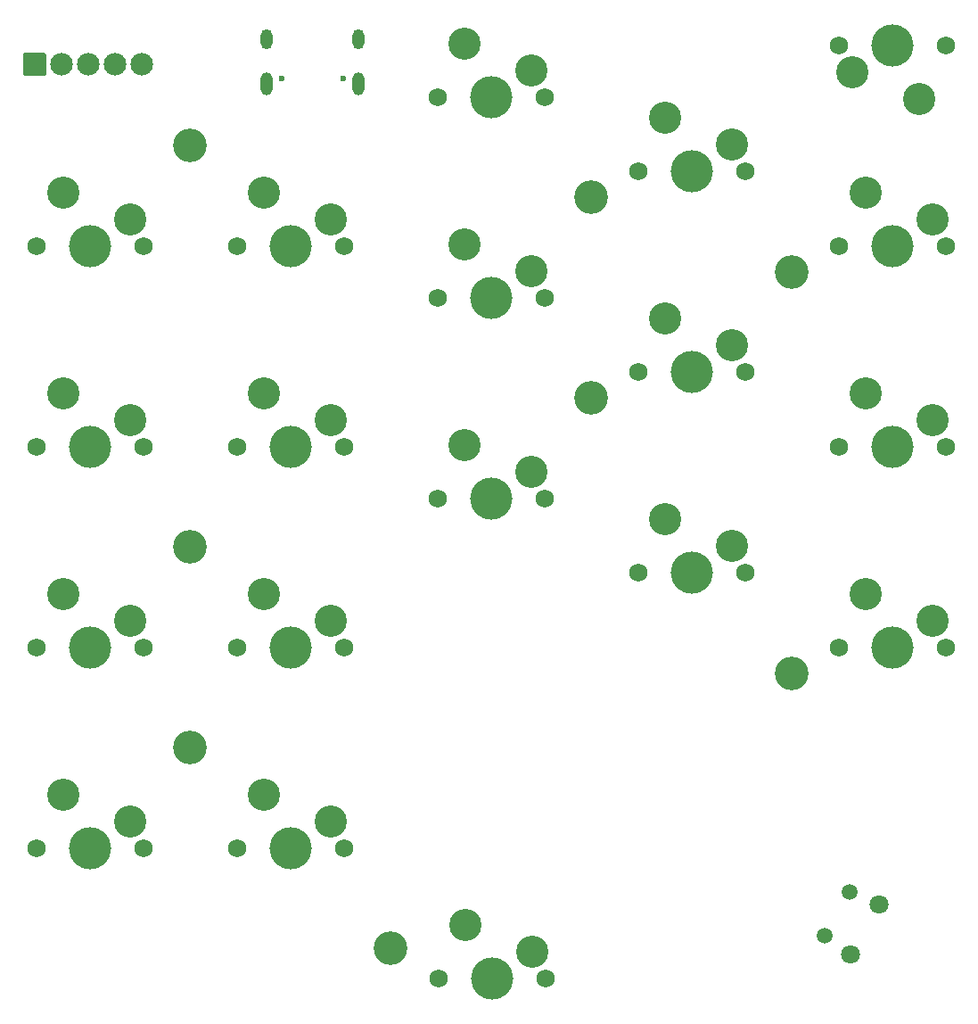
<source format=gbr>
%TF.GenerationSoftware,KiCad,Pcbnew,7.0.9-7.0.9~ubuntu22.04.1*%
%TF.CreationDate,2023-12-08T17:36:05+03:00*%
%TF.ProjectId,Keeb,4b656562-2e6b-4696-9361-645f70636258,rev?*%
%TF.SameCoordinates,Original*%
%TF.FileFunction,Soldermask,Bot*%
%TF.FilePolarity,Negative*%
%FSLAX46Y46*%
G04 Gerber Fmt 4.6, Leading zero omitted, Abs format (unit mm)*
G04 Created by KiCad (PCBNEW 7.0.9-7.0.9~ubuntu22.04.1) date 2023-12-08 17:36:05*
%MOMM*%
%LPD*%
G01*
G04 APERTURE LIST*
G04 Aperture macros list*
%AMRoundRect*
0 Rectangle with rounded corners*
0 $1 Rounding radius*
0 $2 $3 $4 $5 $6 $7 $8 $9 X,Y pos of 4 corners*
0 Add a 4 corners polygon primitive as box body*
4,1,4,$2,$3,$4,$5,$6,$7,$8,$9,$2,$3,0*
0 Add four circle primitives for the rounded corners*
1,1,$1+$1,$2,$3*
1,1,$1+$1,$4,$5*
1,1,$1+$1,$6,$7*
1,1,$1+$1,$8,$9*
0 Add four rect primitives between the rounded corners*
20,1,$1+$1,$2,$3,$4,$5,0*
20,1,$1+$1,$4,$5,$6,$7,0*
20,1,$1+$1,$6,$7,$8,$9,0*
20,1,$1+$1,$8,$9,$2,$3,0*%
%AMHorizOval*
0 Thick line with rounded ends*
0 $1 width*
0 $2 $3 position (X,Y) of the first rounded end (center of the circle)*
0 $4 $5 position (X,Y) of the second rounded end (center of the circle)*
0 Add line between two ends*
20,1,$1,$2,$3,$4,$5,0*
0 Add two circle primitives to create the rounded ends*
1,1,$1,$2,$3*
1,1,$1,$4,$5*%
G04 Aperture macros list end*
%ADD10HorizOval,1.800000X0.000000X0.000000X0.000000X0.000000X0*%
%ADD11HorizOval,1.500000X0.000000X0.000000X0.000000X0.000000X0*%
%ADD12C,3.200000*%
%ADD13C,2.134400*%
%ADD14RoundRect,0.102000X0.965200X0.965200X-0.965200X0.965200X-0.965200X-0.965200X0.965200X-0.965200X0*%
%ADD15C,0.600000*%
%ADD16O,1.104000X2.204000*%
%ADD17O,1.104000X1.904000*%
%ADD18C,1.750000*%
%ADD19C,3.050000*%
%ADD20C,4.000000*%
G04 APERTURE END LIST*
D10*
%TO.C,U1*%
X187069057Y-118174969D03*
D11*
X184295000Y-116919776D03*
X181870000Y-121120000D03*
D10*
X184344057Y-122894807D03*
%TD*%
D12*
%TO.C,H9*%
X140700000Y-122292944D03*
%TD*%
%TO.C,H7*%
X121650000Y-84192944D03*
%TD*%
%TO.C,H4*%
X178800000Y-58092944D03*
%TD*%
%TO.C,H2*%
X159750000Y-70092944D03*
%TD*%
%TO.C,H8*%
X178800000Y-96192944D03*
%TD*%
%TO.C,H3*%
X159750000Y-51042944D03*
%TD*%
%TO.C,H1*%
X121650000Y-46092944D03*
%TD*%
%TO.C,H5*%
X121650000Y-103242944D03*
%TD*%
D13*
%TO.C,U2*%
X117030000Y-38372944D03*
X114490000Y-38372944D03*
D14*
X106870000Y-38372944D03*
D13*
X111950000Y-38372944D03*
X109410000Y-38372944D03*
%TD*%
D15*
%TO.C,J1*%
X136155000Y-39720000D03*
X130375000Y-39720000D03*
D16*
X137590000Y-40210000D03*
X128940000Y-40210000D03*
D17*
X137590000Y-36040000D03*
X128940000Y-36040000D03*
%TD*%
D18*
%TO.C,SW3*%
X193405000Y-55617944D03*
D19*
X192135000Y-53077944D03*
D20*
X188325000Y-55617944D03*
D19*
X185785000Y-50537944D03*
D18*
X183245000Y-55617944D03*
%TD*%
%TO.C,SW4*%
X193405000Y-74667944D03*
D19*
X192135000Y-72127944D03*
D20*
X188325000Y-74667944D03*
D19*
X185785000Y-69587944D03*
D18*
X183245000Y-74667944D03*
%TD*%
%TO.C,SW5*%
X193405000Y-93717944D03*
D19*
X192135000Y-91177944D03*
D20*
X188325000Y-93717944D03*
D19*
X185785000Y-88637944D03*
D18*
X183245000Y-93717944D03*
%TD*%
%TO.C,SW6*%
X174355000Y-48567944D03*
D19*
X173085000Y-46027944D03*
D20*
X169275000Y-48567944D03*
D19*
X166735000Y-43487944D03*
D18*
X164195000Y-48567944D03*
%TD*%
%TO.C,SW7*%
X174355000Y-67617944D03*
D19*
X173085000Y-65077944D03*
D20*
X169275000Y-67617944D03*
D19*
X166735000Y-62537944D03*
D18*
X164195000Y-67617944D03*
%TD*%
%TO.C,SW8*%
X174355000Y-86667944D03*
D19*
X173085000Y-84127944D03*
D20*
X169275000Y-86667944D03*
D19*
X166735000Y-81587944D03*
D18*
X164195000Y-86667944D03*
%TD*%
%TO.C,SW9*%
X155305000Y-41517944D03*
D19*
X154035000Y-38977944D03*
D20*
X150225000Y-41517944D03*
D19*
X147685000Y-36437944D03*
D18*
X145145000Y-41517944D03*
%TD*%
%TO.C,SW10*%
X155305000Y-60567944D03*
D19*
X154035000Y-58027944D03*
D20*
X150225000Y-60567944D03*
D19*
X147685000Y-55487944D03*
D18*
X145145000Y-60567944D03*
%TD*%
%TO.C,SW11*%
X155305000Y-79617944D03*
D19*
X154035000Y-77077944D03*
D20*
X150225000Y-79617944D03*
D19*
X147685000Y-74537944D03*
D18*
X145145000Y-79617944D03*
%TD*%
%TO.C,SW13*%
X136255000Y-55617944D03*
D19*
X134985000Y-53077944D03*
D20*
X131175000Y-55617944D03*
D19*
X128635000Y-50537944D03*
D18*
X126095000Y-55617944D03*
%TD*%
%TO.C,SW14*%
X136255000Y-74667944D03*
D19*
X134985000Y-72127944D03*
D20*
X131175000Y-74667944D03*
D19*
X128635000Y-69587944D03*
D18*
X126095000Y-74667944D03*
%TD*%
%TO.C,SW15*%
X136255000Y-93717944D03*
D19*
X134985000Y-91177944D03*
D20*
X131175000Y-93717944D03*
D19*
X128635000Y-88637944D03*
D18*
X126095000Y-93717944D03*
%TD*%
%TO.C,SW16*%
X136255000Y-112767944D03*
D19*
X134985000Y-110227944D03*
D20*
X131175000Y-112767944D03*
D19*
X128635000Y-107687944D03*
D18*
X126095000Y-112767944D03*
%TD*%
%TO.C,SW17*%
X117205000Y-55617944D03*
D19*
X115935000Y-53077944D03*
D20*
X112125000Y-55617944D03*
D19*
X109585000Y-50537944D03*
D18*
X107045000Y-55617944D03*
%TD*%
%TO.C,SW18*%
X117205000Y-74667944D03*
D19*
X115935000Y-72127944D03*
D20*
X112125000Y-74667944D03*
D19*
X109585000Y-69587944D03*
D18*
X107045000Y-74667944D03*
%TD*%
%TO.C,SW19*%
X117205000Y-93717944D03*
D19*
X115935000Y-91177944D03*
D20*
X112125000Y-93717944D03*
D19*
X109585000Y-88637944D03*
D18*
X107045000Y-93717944D03*
%TD*%
%TO.C,SW20*%
X117205000Y-112767944D03*
D19*
X115935000Y-110227944D03*
D20*
X112125000Y-112767944D03*
D19*
X109585000Y-107687944D03*
D18*
X107045000Y-112767944D03*
%TD*%
%TO.C,SW2*%
X183245000Y-36567944D03*
D19*
X184515000Y-39107944D03*
D20*
X188325000Y-36567944D03*
D19*
X190865000Y-41647944D03*
D18*
X193405000Y-36567944D03*
%TD*%
%TO.C,SW1*%
X155380000Y-125172944D03*
D19*
X154110000Y-122632944D03*
D20*
X150300000Y-125172944D03*
D19*
X147760000Y-120092944D03*
D18*
X145220000Y-125172944D03*
%TD*%
M02*

</source>
